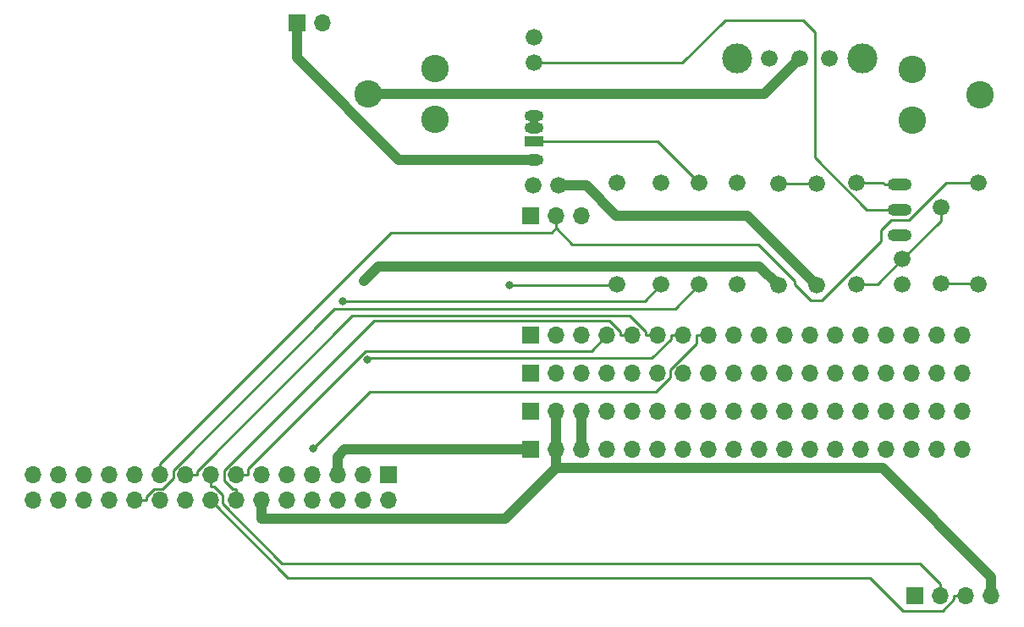
<source format=gbr>
G04 #@! TF.GenerationSoftware,KiCad,Pcbnew,(5.99.0-237-g844f45605)*
G04 #@! TF.CreationDate,2019-10-21T15:13:02+09:00*
G04 #@! TF.ProjectId,M5_board,4d355f62-6f61-4726-942e-6b696361645f,rev?*
G04 #@! TF.SameCoordinates,Original*
G04 #@! TF.FileFunction,Copper,L1,Top*
G04 #@! TF.FilePolarity,Positive*
%FSLAX46Y46*%
G04 Gerber Fmt 4.6, Leading zero omitted, Abs format (unit mm)*
G04 Created by KiCad (PCBNEW (5.99.0-237-g844f45605)) date 2019-10-21 15:13:02*
%MOMM*%
%LPD*%
G04 APERTURE LIST*
%ADD10C,2.743200*%
%ADD11O,1.700000X1.700000*%
%ADD12R,1.700000X1.700000*%
%ADD13O,1.905000X1.117600*%
%ADD14R,1.905000X1.117600*%
%ADD15C,1.676400*%
%ADD16O,2.438400X1.219200*%
%ADD17C,3.000000*%
%ADD18C,0.800000*%
%ADD19C,1.000000*%
%ADD20C,1.000000*%
%ADD21C,0.250000*%
G04 APERTURE END LIST*
D10*
X150339000Y-74360000D03*
X143591000Y-76900000D03*
X150339000Y-79440000D03*
X198099000Y-79460000D03*
X204847000Y-76920000D03*
X198099000Y-74380000D03*
D11*
X203048000Y-101040000D03*
X200508000Y-101040000D03*
X197968000Y-101040000D03*
X195428000Y-101040000D03*
X192888000Y-101040000D03*
X190348000Y-101040000D03*
X187808000Y-101040000D03*
X185268000Y-101040000D03*
X182728000Y-101040000D03*
X180188000Y-101040000D03*
X177648000Y-101040000D03*
X175108000Y-101040000D03*
X172568000Y-101040000D03*
X170028000Y-101040000D03*
X167488000Y-101040000D03*
X164948000Y-101040000D03*
X162408000Y-101040000D03*
D12*
X159868000Y-101040000D03*
D11*
X203048000Y-104850000D03*
X200508000Y-104850000D03*
X197968000Y-104850000D03*
X195428000Y-104850000D03*
X192888000Y-104850000D03*
X190348000Y-104850000D03*
X187808000Y-104850000D03*
X185268000Y-104850000D03*
X182728000Y-104850000D03*
X180188000Y-104850000D03*
X177648000Y-104850000D03*
X175108000Y-104850000D03*
X172568000Y-104850000D03*
X170028000Y-104850000D03*
X167488000Y-104850000D03*
X164948000Y-104850000D03*
X162408000Y-104850000D03*
D12*
X159868000Y-104850000D03*
D11*
X203048000Y-108660000D03*
X200508000Y-108660000D03*
X197968000Y-108660000D03*
X195428000Y-108660000D03*
X192888000Y-108660000D03*
X190348000Y-108660000D03*
X187808000Y-108660000D03*
X185268000Y-108660000D03*
X182728000Y-108660000D03*
X180188000Y-108660000D03*
X177648000Y-108660000D03*
X175108000Y-108660000D03*
X172568000Y-108660000D03*
X170028000Y-108660000D03*
X167488000Y-108660000D03*
X164948000Y-108660000D03*
X162408000Y-108660000D03*
D12*
X159868000Y-108660000D03*
D11*
X203048000Y-112470000D03*
X200508000Y-112470000D03*
X197968000Y-112470000D03*
X195428000Y-112470000D03*
X192888000Y-112470000D03*
X190348000Y-112470000D03*
X187808000Y-112470000D03*
X185268000Y-112470000D03*
X182728000Y-112470000D03*
X180188000Y-112470000D03*
X177648000Y-112470000D03*
X175108000Y-112470000D03*
X172568000Y-112470000D03*
X170028000Y-112470000D03*
X167488000Y-112470000D03*
X164948000Y-112470000D03*
X162408000Y-112470000D03*
D12*
X159868000Y-112470000D03*
D11*
X139040000Y-69798000D03*
D12*
X136500000Y-69798000D03*
D13*
X160249000Y-79060000D03*
X160249000Y-80260000D03*
D14*
X160249000Y-81590000D03*
D13*
X160249000Y-83460000D03*
D15*
X188458000Y-96010000D03*
X188458000Y-85850000D03*
X184648000Y-85850000D03*
X184648000Y-96010000D03*
X162662000Y-86054000D03*
X160122000Y-86054000D03*
X176759000Y-95960000D03*
X176759000Y-85800000D03*
X172949000Y-95960000D03*
X172949000Y-85800000D03*
X168504000Y-95960000D03*
X168504000Y-85800000D03*
D16*
X196829000Y-85900000D03*
X196829000Y-90980000D03*
X196829000Y-88440000D03*
D15*
X183791600Y-73354000D03*
X189791600Y-73354000D03*
D17*
X193041600Y-73354000D03*
X180541600Y-73354000D03*
D15*
X186791600Y-73354000D03*
X192497000Y-85775000D03*
X192497000Y-95935000D03*
X180569000Y-85800000D03*
X180569000Y-95960000D03*
X204699000Y-95960000D03*
X204699000Y-85800000D03*
D11*
X205969000Y-127075000D03*
X203429000Y-127075000D03*
X200889000Y-127075000D03*
D12*
X198349000Y-127075000D03*
D11*
X164948000Y-89102000D03*
X162408000Y-89102000D03*
D12*
X159868000Y-89102000D03*
D11*
X110084000Y-117550000D03*
X110084000Y-115010000D03*
X112624000Y-117550000D03*
X112624000Y-115010000D03*
X115164000Y-117550000D03*
X115164000Y-115010000D03*
X117704000Y-117550000D03*
X117704000Y-115010000D03*
X120244000Y-117550000D03*
X120244000Y-115010000D03*
X122784000Y-117550000D03*
X122784000Y-115010000D03*
X125324000Y-117550000D03*
X125324000Y-115010000D03*
X127864000Y-117550000D03*
X127864000Y-115010000D03*
X130404000Y-117550000D03*
X130404000Y-115010000D03*
X132944000Y-117550000D03*
X132944000Y-115010000D03*
X135484000Y-117550000D03*
X135484000Y-115010000D03*
X138024000Y-117550000D03*
X138024000Y-115010000D03*
X140564000Y-117550000D03*
X140564000Y-115010000D03*
X143104000Y-117550000D03*
X143104000Y-115010000D03*
X145644000Y-117550000D03*
D12*
X145644000Y-115010000D03*
D15*
X200904000Y-95808000D03*
X200904000Y-88188000D03*
X160249000Y-73735000D03*
X160249000Y-71195000D03*
X197079000Y-95960000D03*
X197079000Y-93420000D03*
D18*
X143568700Y-103430100D03*
X138157200Y-112335200D03*
X157754500Y-95984200D03*
X141065700Y-97581900D03*
D19*
X143189100Y-95606900D03*
D20*
X143591000Y-76900000D02*
X183245600Y-76900000D01*
X183245600Y-76900000D02*
X186791600Y-73354000D01*
D21*
X130404000Y-115010000D02*
X131579300Y-115010000D01*
X131579300Y-114372700D02*
X131579300Y-115010000D01*
X143364300Y-102587700D02*
X131579300Y-114372700D01*
X165940300Y-102587700D02*
X143364300Y-102587700D01*
X167488000Y-101040000D02*
X165940300Y-102587700D01*
X130404000Y-117550000D02*
X130404000Y-116374700D01*
X170028000Y-101040000D02*
X168852700Y-101040000D01*
X168852700Y-100672700D02*
X168852700Y-101040000D01*
X167719900Y-99539900D02*
X168852700Y-100672700D01*
X144205300Y-99539900D02*
X167719900Y-99539900D01*
X129223900Y-114521300D02*
X144205300Y-99539900D01*
X129223900Y-115561900D02*
X129223900Y-114521300D01*
X130036700Y-116374700D02*
X129223900Y-115561900D01*
X130404000Y-116374700D02*
X130036700Y-116374700D01*
X171392700Y-100672700D02*
X171392700Y-101040000D01*
X169809500Y-99089500D02*
X171392700Y-100672700D01*
X142052500Y-99089500D02*
X169809500Y-99089500D01*
X126499300Y-114642700D02*
X142052500Y-99089500D01*
X126499300Y-115010000D02*
X126499300Y-114642700D01*
X125324000Y-115010000D02*
X126499300Y-115010000D01*
X172568000Y-101040000D02*
X171392700Y-101040000D01*
X175108000Y-101040000D02*
X173932700Y-101040000D01*
X143674300Y-103324500D02*
X143568700Y-103430100D01*
X172014100Y-103324500D02*
X143674300Y-103324500D01*
X173932700Y-101405900D02*
X172014100Y-103324500D01*
X173932700Y-101040000D02*
X173932700Y-101405900D01*
X122784000Y-115010000D02*
X122784000Y-113834700D01*
X162408000Y-89102000D02*
X162408000Y-90277300D01*
X161963200Y-90722100D02*
X162408000Y-90277300D01*
X145896600Y-90722100D02*
X161963200Y-90722100D01*
X122784000Y-113834700D02*
X145896600Y-90722100D01*
X201438300Y-85800000D02*
X204699000Y-85800000D01*
X197707100Y-89531200D02*
X201438300Y-85800000D01*
X195909500Y-89531200D02*
X197707100Y-89531200D01*
X194946400Y-90494300D02*
X195909500Y-89531200D01*
X194946400Y-91595200D02*
X194946400Y-90494300D01*
X189025500Y-97516100D02*
X194946400Y-91595200D01*
X187888000Y-97516100D02*
X189025500Y-97516100D01*
X186302100Y-95930200D02*
X187888000Y-97516100D01*
X186302100Y-95594300D02*
X186302100Y-95930200D01*
X182641000Y-91933200D02*
X186302100Y-95594300D01*
X164063900Y-91933200D02*
X182641000Y-91933200D01*
X162408000Y-90277300D02*
X164063900Y-91933200D01*
X176472700Y-101814300D02*
X176472700Y-101040000D01*
X173838000Y-104449000D02*
X176472700Y-101814300D01*
X173838000Y-105243400D02*
X173838000Y-104449000D01*
X172421000Y-106660400D02*
X173838000Y-105243400D01*
X143832000Y-106660400D02*
X172421000Y-106660400D01*
X138157200Y-112335200D02*
X143832000Y-106660400D01*
X177648000Y-101040000D02*
X176472700Y-101040000D01*
X168479800Y-95984200D02*
X168504000Y-95960000D01*
X157754500Y-95984200D02*
X168479800Y-95984200D01*
D20*
X164948000Y-112470000D02*
X164948000Y-108660000D01*
X162408000Y-108660000D02*
X162408000Y-110510300D01*
X162408000Y-112470000D02*
X162408000Y-110510300D01*
X132944000Y-117550000D02*
X132944000Y-119400300D01*
X162408000Y-112470000D02*
X162408000Y-113945200D01*
X205969000Y-127075000D02*
X205969000Y-125224700D01*
X157328100Y-119400300D02*
X162408000Y-114320400D01*
X132944000Y-119400300D02*
X157328100Y-119400300D01*
X162408000Y-113945200D02*
X162408000Y-114320400D01*
X195064700Y-114320400D02*
X205969000Y-125224700D01*
X162408000Y-114320400D02*
X195064700Y-114320400D01*
D21*
X184648000Y-85850000D02*
X188458000Y-85850000D01*
X171327100Y-97581900D02*
X141065700Y-97581900D01*
X172949000Y-95960000D02*
X171327100Y-97581900D01*
X174321600Y-98397400D02*
X176759000Y-95960000D01*
X140273700Y-98397400D02*
X174321600Y-98397400D01*
X124143900Y-114527200D02*
X140273700Y-98397400D01*
X124143900Y-115313400D02*
X124143900Y-114527200D01*
X123082600Y-116374700D02*
X124143900Y-115313400D01*
X122227200Y-116374700D02*
X123082600Y-116374700D01*
X121419300Y-117182600D02*
X122227200Y-116374700D01*
X121419300Y-117550000D02*
X121419300Y-117182600D01*
X120244000Y-117550000D02*
X121419300Y-117550000D01*
X172549000Y-81590000D02*
X160249000Y-81590000D01*
X176759000Y-85800000D02*
X172549000Y-81590000D01*
X195159500Y-85775000D02*
X195284500Y-85900000D01*
X192497000Y-85775000D02*
X195159500Y-85775000D01*
X196829000Y-85900000D02*
X195284500Y-85900000D01*
X198840000Y-123850700D02*
X200889000Y-125899700D01*
X135020700Y-123850700D02*
X198840000Y-123850700D01*
X129039300Y-117869300D02*
X135020700Y-123850700D01*
X129039300Y-116993200D02*
X129039300Y-117869300D01*
X128231400Y-116185300D02*
X129039300Y-116993200D01*
X127864000Y-116185300D02*
X128231400Y-116185300D01*
X127864000Y-115010000D02*
X127864000Y-116185300D01*
X200889000Y-127075000D02*
X200889000Y-125899700D01*
X202253700Y-127442300D02*
X202253700Y-127075000D01*
X201100700Y-128595300D02*
X202253700Y-127442300D01*
X197165500Y-128595300D02*
X201100700Y-128595300D01*
X193851400Y-125281200D02*
X197165500Y-128595300D01*
X135595200Y-125281200D02*
X193851400Y-125281200D01*
X127864000Y-117550000D02*
X135595200Y-125281200D01*
X203429000Y-127075000D02*
X202253700Y-127075000D01*
D20*
X144674600Y-94121400D02*
X143189100Y-95606900D01*
X182759400Y-94121400D02*
X144674600Y-94121400D01*
X184648000Y-96010000D02*
X182759400Y-94121400D01*
D21*
X204547000Y-95808000D02*
X204699000Y-95960000D01*
X200904000Y-95808000D02*
X204547000Y-95808000D01*
X193516500Y-88440000D02*
X196829000Y-88440000D01*
X188292000Y-83215500D02*
X193516500Y-88440000D01*
X188292000Y-70682400D02*
X188292000Y-83215500D01*
X187103300Y-69493700D02*
X188292000Y-70682400D01*
X179316400Y-69493700D02*
X187103300Y-69493700D01*
X175075100Y-73735000D02*
X179316400Y-69493700D01*
X160249000Y-73735000D02*
X175075100Y-73735000D01*
X194564000Y-95935000D02*
X192497000Y-95935000D01*
X197079000Y-93420000D02*
X194564000Y-95935000D01*
X200904000Y-89595000D02*
X197079000Y-93420000D01*
X200904000Y-88188000D02*
X200904000Y-89595000D01*
D20*
X140564000Y-115010000D02*
X140564000Y-113159700D01*
X159868000Y-112470000D02*
X158017700Y-112470000D01*
X136500000Y-73270800D02*
X136500000Y-69798000D01*
X146689200Y-83460000D02*
X136500000Y-73270800D01*
X160249000Y-83460000D02*
X146689200Y-83460000D01*
X141253700Y-112470000D02*
X140564000Y-113159700D01*
X158017700Y-112470000D02*
X141253700Y-112470000D01*
X165431000Y-86054000D02*
X162662000Y-86054000D01*
X168471000Y-89094000D02*
X165431000Y-86054000D01*
X181542000Y-89094000D02*
X168471000Y-89094000D01*
X188458000Y-96010000D02*
X181542000Y-89094000D01*
M02*

</source>
